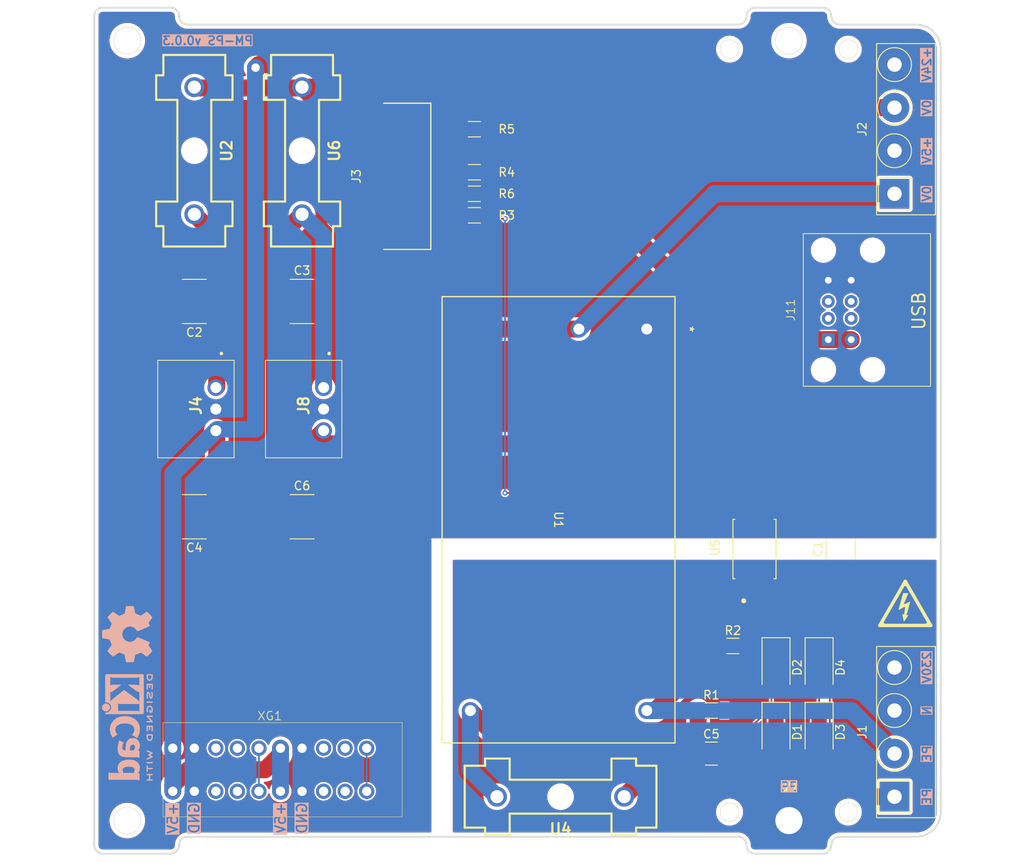
<source format=kicad_pcb>
(kicad_pcb (version 20240108) (generator "pcbnew") (generator_version "8.0")
  (title_block (title "${article} v${version}"))
  (layers (0 "F.Cu" signal) (31 "B.Cu" signal) (34 "B.Paste" user) (35 "F.Paste" user) (36 "B.SilkS" user "B.Silkscreen") (37 "F.SilkS" user "F.Silkscreen") (38 "B.Mask" user) (39 "F.Mask" user) (44 "Edge.Cuts" user))
  (property "article" "PM-PS")
  (property "version" "0.0.3")
  (net 0 "")
  (net 1 "GND")
  (net 2 "Net-(J1-Pin_1)")
  (net 3 "+5V")
  (net 4 "Net-(D1-K)")
  (net 5 "PE")
  (net 6 "230V")
  (net 7 "N")
  (net 8 "+24V")
  (net 9 "Net-(J4-VIN)")
  (net 10 "Net-(D1-A)")
  (net 11 "Net-(D2-K)")
  (net 12 "Net-(D3-K)")
  (net 14 "/subplates/230V_LED")
  (net 18 "/subplates/+24V_LED")
  (net 20 "/230V_LED")
  (net 21 "+3.3V")
  (net 22 "Net-(J8-VIN)")
  (net 27 "+5V_USB")
  (net 28 "/subplates/+5V_BUS")
  (net 29 "/subplates/+5V_USB")
  (net 32 "unconnected-(XG1-Pin_5-Pad5)")
  (net 35 "unconnected-(XG1-Pin_10-Pad10)_1")
  (footprint "Resistor_SMD:R_1206_3216Metric_Pad1.30x1.75mm_HandSolder" (layer "F.Cu") (at 69.85 64.77 180)
    (property "Reference" "R5" (at -3.81 0 0) (layer "F.SilkS"))
    (property "Value" "4k7")
    (pad "1" smd roundrect (at -1.55 0 180) (size 1.3 1.75) (layers "F.Cu" "F.Paste" "F.Mask") (roundrect_rratio 0.192308) (net 8 "+24V"))
    (pad "2" smd roundrect (at 1.55 0 180) (size 1.3 1.75) (layers "F.Cu" "F.Paste" "F.Mask") (roundrect_rratio 0.192308) (net 18 "/subplates/+24V_LED"))
  )
  (footprint "Diode_SMD:D_SMA" (layer "F.Cu") (at 105.41 128.27 -90)
    (property "Reference" "D2" (at 0 -2.5 90) (layer "F.SilkS"))
    (property "Value" "1N4007")
    (pad "1" smd roundrect (at -2 0 270) (size 2.5 1.8) (layers "F.Cu" "F.Paste" "F.Mask") (roundrect_rratio 0.1388888889) (net 11 "Net-(D2-K)"))
    (pad "2" smd roundrect (at 2 0 270) (size 2.5 1.8) (layers "F.Cu" "F.Paste" "F.Mask") (roundrect_rratio 0.1388888889) (net 4 "Net-(D1-K)"))
  )
  (footprint "kicad_inventree_lib:K7805-2000R3" (layer "F.Cu") (at 52.07 95.25 -90)
    (property "Reference" "J8" (at 2.115 2.35 90) (layer "F.SilkS") (effects (font (size 1.27 1.27) (thickness 0.254))))
    (property "Value" "K7805-2000R3" (hide yes))
    (pad "1" thru_hole circle (at 0 0 270) (size 1.95 1.95) (drill 1.3) (layers "*.Cu" "*.Mask") (net 22 "Net-(J8-VIN)"))
    (pad "2" thru_hole circle (at 2.54 0 270) (size 1.95 1.95) (drill 1.3) (layers "*.Cu" "*.Mask") (net 1 "GND"))
    (pad "3" thru_hole circle (at 5.08 0 270) (size 1.95 1.95) (drill 1.3) (layers "*.Cu" "*.Mask") (net 27 "+5V_USB"))
  )
  (footprint "Capacitor_SMD:C_1210_3225Metric_Pad1.33x2.70mm_HandSolder" (layer "F.Cu") (at 97.79 138.43)
    (property "Reference" "C5" (at 0 -2.3 0) (layer "F.SilkS"))
    (property "Value" "150nF 630V")
    (pad "1" smd roundrect (at -1.5625 0) (size 1.325 2.7) (layers "F.Cu" "F.Paste" "F.Mask") (roundrect_rratio 0.188679) (net 6 "230V"))
    (pad "2" smd roundrect (at 1.5625 0) (size 1.325 2.7) (layers "F.Cu" "F.Paste" "F.Mask") (roundrect_rratio 0.188679) (net 4 "Net-(D1-K)"))
  )
  (footprint "kicad_inventree_lib:Degson_2EDGR-5.08-04P" (layer "F.Cu") (at 119.38 72.39 90)
    (property "Reference" "J2" (at 7.62 -3.81 90) (layer "F.SilkS"))
    (property "Value" "2EDGR-5.08-04P")
    (pad "1" thru_hole rect (at 0 0 90) (size 3.5 3.5) (drill 1.7) (layers "*.Cu" "*.Mask") (net 8 "+24V"))
    (pad "2" thru_hole circle (at 5.08 0 90) (size 3.5 3.5) (drill 1.7) (layers "*.Cu" "*.Mask") (net 1 "GND"))
    (pad "3" thru_hole circle (at 10.16 0 90) (size 3.5 3.5) (drill 1.7) (layers "*.Cu" "*.Mask") (net 3 "+5V"))
    (pad "4" thru_hole circle (at 15.24 0 90) (size 3.5 3.5) (drill 1.7) (layers "*.Cu" "*.Mask") (net 1 "GND"))
  )
  (footprint "kicad_inventree_lib:PM-LED_v0.0.2" (layer "F.Cu") (at 109.93 100.33)
    (property "Reference" "U3" (hide yes))
    (property "Value" "PM-LED8_v0.0.2")
    (fp_circle (center -10 -45) (end -8.9 -45) (stroke (width 0.05)) (fill none) (layer "Edge.Cuts"))
    (fp_circle (center -10 45) (end -8.9 45) (stroke (width 0.05)) (fill none) (layer "Edge.Cuts"))
    (fp_circle (center 4 -45) (end 5.1 -45) (stroke (width 0.05)) (fill none) (layer "Edge.Cuts"))
    (fp_circle (center 4 45) (end 5.1 45) (stroke (width 0.05)) (fill none) (layer "Edge.Cuts"))
  )
  (footprint "kicad_inventree_lib:DG141R-2.54-10P" (layer "F.Cu") (at 33.39 145.895)
    (property "Reference" "XG1" (at 12.33 -11.91 0) (layer "F.SilkS") (effects (font (thickness 0.1))))
    (property "Value" "DG141R-2.54-10P" (hide yes))
    (pad "1" thru_hole circle (at 0.9 -8.1) (size 1.8 1.8) (drill 1.1) (layers "*.Cu" "*.Mask") (net 3 "+5V"))
    (pad "1" thru_hole circle (at 0.9 -3.02) (size 1.8 1.8) (drill 1.1) (layers "*.Cu" "*.Mask") (net 3 "+5V"))
    (pad "2" thru_hole circle (at 3.44 -8.1) (size 1.8 1.8) (drill 1.1) (layers "*.Cu" "*.Mask") (net 1 "GND"))
    (pad "2" thru_hole circle (at 3.44 -3.02) (size 1.8 1.8) (drill 1.1) (layers "*.Cu" "*.Mask") (net 1 "GND"))
    (pad "3" thru_hole circle (at 5.98 -8.1) (size 1.8 1.8) (drill 1.1) (layers "*.Cu" "*.Mask"))
    (pad "4" thru_hole circle (at 8.52 -8.1) (size 1.8 1.8) (drill 1.1) (layers "*.Cu" "*.Mask"))
    (pad "5" thru_hole circle (at 11.06 -8.1) (size 1.8 1.8) (drill 1.1) (layers "*.Cu" "*.Mask") (net 32 "unconnected-(XG1-Pin_5-Pad5)"))
    (pad "5" thru_hole circle (at 11.06 -3.02) (size 1.8 1.8) (drill 1.1) (layers "*.Cu" "*.Mask") (net 32 "unconnected-(XG1-Pin_5-Pad5)"))
    (pad "6" thru_hole circle (at 13.6 -8.1) (size 1.8 1.8) (drill 1.1) (layers "*.Cu" "*.Mask") (net 3 "+5V"))
    (pad "6" thru_hole circle (at 13.6 -3.02) (size 1.8 1.8) (drill 1.1) (layers "*.Cu" "*.Mask") (net 3 "+5V"))
    (pad "7" thru_hole circle (at 16.14 -8.1) (size 1.8 1.8) (drill 1.1) (layers "*.Cu" "*.Mask") (net 1 "GND"))
    (pad "7" thru_hole circle (at 16.14 -3.02) (size 1.8 1.8) (drill 1.1) (layers "*.Cu" "*.Mask") (net 1 "GND"))
    (pad "8" thru_hole circle (at 18.68 -8.1) (size 1.8 1.8) (drill 1.1) (layers "*.Cu" "*.Mask"))
    (pad "9" thru_hole circle (at 21.22 -8.1) (size 1.8 1.8) (drill 1.1) (layers "*.Cu" "*.Mask"))
    (pad "10" thru_hole circle (at 23.76 -8.1) (size 1.8 1.8) (drill 1.1) (layers "*.Cu" "*.Mask") (net 35 "unconnected-(XG1-Pin_10-Pad10)_1"))
    (pad "10" thru_hole circle (at 23.76 -3.02) (size 1.8 1.8) (drill 1.1) (layers "*.Cu" "*.Mask") (net 35 "unconnected-(XG1-Pin_10-Pad10)_1"))
    (pad "13" thru_hole circle (at 5.98 -3.02) (size 1.8 1.8) (drill 1.1) (layers "*.Cu" "*.Mask"))
    (pad "14" thru_hole circle (at 8.52 -3.02) (size 1.8 1.8) (drill 1.1) (layers "*.Cu" "*.Mask"))
    (pad "18" thru_hole circle (at 18.68 -3.02) (size 1.8 1.8) (drill 1.1) (layers "*.Cu" "*.Mask"))
    (pad "19" thru_hole circle (at 21.22 -3.02) (size 1.8 1.8) (drill 1.1) (layers "*.Cu" "*.Mask"))
  )
  (footprint "kicad_inventree_lib:IRM-20-24_MWU" (layer "F.Cu") (at 90.17 88.35 -90)
    (property "Reference" "U1" (at 22.500006 10.401698 -90) (layer "F.SilkS"))
    (property "Value" "IRM-20-24")
    (fp_text user "*" (at 0 -5 -90) (layer "F.SilkS"))
    (pad "1" thru_hole circle (at 0 0 270) (size 1.8034 1.8034) (drill 1.2954) (layers "*.Cu" "*.Mask") (net 1 "GND"))
    (pad "2" thru_hole circle (at 0 7.999999 270) (size 1.8034 1.8034) (drill 1.2954) (layers "*.Cu" "*.Mask") (net 8 "+24V"))
    (pad "3" thru_hole circle (at 45.000012 20.799999 270) (size 1.8034 1.8034) (drill 1.2954) (layers "*.Cu" "*.Mask") (net 6 "230V"))
    (pad "4" thru_hole circle (at 45.000012 0 270) (size 1.8034 1.8034) (drill 1.2954) (layers "*.Cu" "*.Mask") (net 7 "N"))
  )
  (footprint "kicad_inventree_lib:Degson_2EDGR-5.08-04P" (layer "F.Cu") (at 119.38 143.51 90)
    (property "Reference" "J1" (at 7.62 -3.81 90) (layer "F.SilkS"))
    (property "Value" "2EDGR-5.08-04P")
    (pad "1" thru_hole rect (at 0 0 90) (size 3.5 3.5) (drill 1.7) (layers "*.Cu" "*.Mask") (net 2 "Net-(J1-Pin_1)"))
    (pad "2" thru_hole circle (at 5.08 0 90) (size 3.5 3.5) (drill 1.7) (layers "*.Cu" "*.Mask") (net 7 "N"))
    (pad "3" thru_hole circle (at 10.16 0 90) (size 3.5 3.5) (drill 1.7) (layers "*.Cu" "*.Mask") (net 5 "PE"))
    (pad "4" thru_hole circle (at 15.24 0 90) (size 3.5 3.5) (drill 1.7) (layers "*.Cu" "*.Mask") (net 5 "PE"))
  )
  (footprint "kicad_inventree_lib:C_2220_5750Metric_Pad1.97x5.40mm_HandSolder" (layer "F.Cu") (at 49.53 85.09)
    (property "Reference" "C3" (at 0 -3.65 0) (layer "F.SilkS"))
    (property "Value" "22uF")
    (pad "1" smd roundrect (at -2.6375 0) (size 1.975 5.4) (layers "F.Cu" "F.Paste" "F.Mask") (roundrect_rratio 0.126582) (net 22 "Net-(J8-VIN)"))
    (pad "2" smd roundrect (at 2.6375 0) (size 1.975 5.4) (layers "F.Cu" "F.Paste" "F.Mask") (roundrect_rratio 0.126582) (net 1 "GND"))
  )
  (footprint "kicad_inventree_lib:MountingHole_M3" (layer "F.Cu") (at 28.93 54.33)
    (property "Reference" "H1" (hide yes))
    (property "Value" "MountingHole_M3")
    (fp_circle (center 0 0) (end 1.6 0) (stroke (width 0.05)) (fill none) (layer "Edge.Cuts"))
  )
  (footprint "kicad_inventree_lib:C_2220_5750Metric_Pad1.97x5.40mm_HandSolder" (layer "F.Cu") (at 36.83 110.49 180)
    (property "Reference" "C4" (at 0 -3.65 0) (layer "F.SilkS"))
    (property "Value" "22uF")
    (pad "1" smd roundrect (at -2.6375 0 180) (size 1.975 5.4) (layers "F.Cu" "F.Paste" "F.Mask") (roundrect_rratio 0.126582) (net 3 "+5V"))
    (pad "2" smd roundrect (at 2.6375 0 180) (size 1.975 5.4) (layers "F.Cu" "F.Paste" "F.Mask") (roundrect_rratio 0.126582) (net 1 "GND"))
  )
  (footprint "NextPCB:Fuseholder" (layer "F.Cu") (at 49.53 67.31 -90)
    (property "Reference" "U6" (at 0 -3.81 90) (layer "F.SilkS") (effects (font (size 1.27 1.27) (thickness 0.254))))
    (property "Value" "64900001039" (hide yes))
    (pad "" np_thru_hole circle (at 0 0 270) (size 2.65 2.65) (drill 2.65) (layers "*.Cu" "*.Mask"))
    (pad "1" thru_hole circle (at -7.5 0 270) (size 2.35 2.35) (drill 1.55) (layers "*.Cu" "*.Mask") (net 8 "+24V"))
    (pad "2" thru_hole circle (at 7.5 0 270) (size 2.35 2.35) (drill 1.55) (layers "*.Cu" "*.Mask") (net 22 "Net-(J8-VIN)"))
  )
  (footprint "Resistor_SMD:R_1206_3216Metric_Pad1.30x1.75mm_HandSolder" (layer "F.Cu") (at 97.79 133.35)
    (property "Reference" "R1" (at 0 -1.82 0) (layer "F.SilkS"))
    (property "Value" "680k")
    (pad "1" smd roundrect (at -1.55 0) (size 1.3 1.75) (layers "F.Cu" "F.Paste" "F.Mask") (roundrect_rratio 0.192308) (net 6 "230V"))
    (pad "2" smd roundrect (at 1.55 0) (size 1.3 1.75) (layers "F.Cu" "F.Paste" "F.Mask") (roundrect_rratio 0.192308) (net 4 "Net-(D1-K)"))
  )
  (footprint "Resistor_SMD:R_1206_3216Metric_Pad1.30x1.75mm_HandSolder" (layer "F.Cu") (at 100.33 125.73)
    (property "Reference" "R2" (at 0 -1.82 0) (layer "F.SilkS"))
    (property "Value" "100")
    (pad "1" smd roundrect (at -1.55 0) (size 1.3 1.75) (layers "F.Cu" "F.Paste" "F.Mask") (roundrect_rratio 0.192308) (net 7 "N"))
    (pad "2" smd roundrect (at 1.55 0) (size 1.3 1.75) (layers "F.Cu" "F.Paste" "F.Mask") (roundrect_rratio 0.192308) (net 12 "Net-(D3-K)"))
  )
  (footprint "Diode_SMD:D_SMA" (layer "F.Cu") (at 105.41 135.89 -90)
    (property "Reference" "D1" (at 0 -2.5 90) (layer "F.SilkS"))
    (property "Value" "1N4007")
    (pad "1" smd roundrect (at -2 0 270) (size 2.5 1.8) (layers "F.Cu" "F.Paste" "F.Mask") (roundrect_rratio 0.1388888889) (net 4 "Net-(D1-K)"))
    (pad "2" smd roundrect (at 2 0 270) (size 2.5 1.8) (layers "F.Cu" "F.Paste" "F.Mask") (roundrect_rratio 0.1388888889) (net 10 "Net-(D1-A)"))
  )
  (footprint "Capacitor_SMD:C_1812_4532Metric_Pad1.57x3.40mm_HandSolder" (layer "F.Cu") (at 113.03 114.3 90)
    (property "Reference" "C1" (at 0 -2.65 90) (layer "F.SilkS"))
    (property "Value" "4.7nF 2kV")
    (pad "1" smd roundrect (at -2.1375 0 90) (size 1.575 3.4) (layers "F.Cu" "F.Paste" "F.Mask") (roundrect_rratio 0.15873) (net 5 "PE"))
    (pad "2" smd roundrect (at 2.1375 0 90) (size 1.575 3.4) (layers "F.Cu" "F.Paste" "F.Mask") (roundrect_rratio 0.15873) (net 1 "GND"))
  )
  (footprint "kicad_inventree_lib:MountingHole_M3" (layer "F.Cu") (at 106.93 54.33)
    (property "Reference" "H2" (hide yes))
    (property "Value" "MountingHole_M3")
    (fp_circle (center 0 0) (end 1.6 0) (stroke (width 0.05)) (fill none) (layer "Edge.Cuts"))
  )
  (footprint "NextPCB:Fuseholder" (layer "F.Cu") (at 80.01 143.51 180)
    (property "Reference" "U4" (at 0 -3.81 0) (layer "F.SilkS") (effects (font (size 1.27 1.27) (thickness 0.254))))
    (property "Value" "64900001039" (hide yes))
    (pad "" np_thru_hole circle (at 0 0 180) (size 2.65 2.65) (drill 2.65) (layers "*.Cu" "*.Mask"))
    (pad "1" thru_hole circle (at -7.5 0 180) (size 2.35 2.35) (drill 1.55) (layers "*.Cu" "*.Mask") (net 2 "Net-(J1-Pin_1)"))
    (pad "2" thru_hole circle (at 7.5 0 180) (size 2.35 2.35) (drill 1.55) (layers "*.Cu" "*.Mask") (net 6 "230V"))
  )
  (footprint "Diode_SMD:D_SMA" (layer "F.Cu") (at 110.49 135.89 -90)
    (property "Reference" "D3" (at 0 -2.5 90) (layer "F.SilkS"))
    (property "Value" "1N4007")
    (pad "1" smd roundrect (at -2 0 270) (size 2.5 1.8) (layers "F.Cu" "F.Paste" "F.Mask") (roundrect_rratio 0.1388888889) (net 12 "Net-(D3-K)"))
    (pad "2" smd roundrect (at 2 0 270) (size 2.5 1.8) (layers "F.Cu" "F.Paste" "F.Mask") (roundrect_rratio 0.1388888889) (net 10 "Net-(D1-A)"))
  )
  (footprint "Resistor_SMD:R_1206_3216Metric_Pad1.30x1.75mm_HandSolder" (layer "F.Cu") (at 69.85 74.93 180)
    (property "Reference" "R3" (at -3.81 0 0) (layer "F.SilkS"))
    (property "Value" "330R")
    (pad "1" smd roundrect (at -1.55 0 180) (size 1.3 1.75) (layers "F.Cu" "F.Paste" "F.Mask") (roundrect_rratio 0.192308) (net 20 "/230V_LED"))
    (pad "2" smd roundrect (at 1.55 0 180) (size 1.3 1.75) (layers "F.Cu" "F.Paste" "F.Mask") (roundrect_rratio 0.192308) (net 14 "/subplates/230V_LED"))
  )
  (footprint "kicad_inventree_lib:MountingHole_M3" (layer "F.Cu") (at 28.93 146.33)
    (property "Reference" "H3" (hide yes))
    (property "Value" "MountingHole_M3")
    (fp_circle (center 0 0) (end 1.6 0) (stroke (width 0.05)) (fill none) (layer "Edge.Cuts"))
  )
  (footprint "kicad_inventree_lib:symbol_high_voltage" (layer "F.Cu") (at 120.65 120.65)
    (property "Reference" "REF**" (hide yes))
    (property "Value" "symbol_high_voltage")
  )
  (footprint "NextPCB:XKB_U224-08XN-1WR61" (layer "F.Cu") (at 111.6225 86.09 90)
    (property "Reference" "J11" (at 0 -4.5 90) (layer "F.SilkS") (effects (font (thickness 0.1))))
    (property "Value" "~")
    (fp_text user "USB" (at -2.5 11.5 90) (layer "F.SilkS") (effects (font (size 1.5 1.5) (thickness 0.2) (bold yes)) (justify left bottom)))
    (pad "" np_thru_hole circle (at -7.05 -0.62 90) (size 2.5 2.5) (drill 2.5) (layers "F&B.Cu" "*.Mask"))
    (pad "" np_thru_hole circle (at -7.05 5.17 90) (size 2.5 2.5) (drill 2.5) (layers "F&B.Cu" "*.Mask"))
    (pad "" np_thru_hole circle (at 7.05 -0.62 90) (size 2.5 2.5) (drill 2.5) (layers "F&B.Cu" "*.Mask"))
    (pad "" np_thru_hole circle (at 7.05 5.17 90) (size 2.5 2.5) (drill 2.5) (layers "F&B.Cu" "*.Mask"))
    (pad "1" thru_hole rect (at -3.5 -0.05 90) (size 1.524 1.524) (drill 0.8) (layers "*.Cu" "*.Mask") (net 27 "+5V_USB"))
    (pad "2" thru_hole circle (at -1 -0.05 90) (size 1.524 1.524) (drill 0.8) (layers "*.Cu" "*.Mask"))
    (pad "3" thru_hole circle (at 1 -0.05 90) (size 1.524 1.524) (drill 0.8) (layers "*.Cu" "*.Mask"))
    (pad "4" thru_hole circle (at 3.5 -0.05 90) (size 1.524 1.524) (drill 0.8) (layers "*.Cu" "*.Mask") (net 1 "GND"))
    (pad "5" thru_hole circle (at -3.5 2.65 90) (size 1.524 1.524) (drill 0.8) (layers "*.Cu" "*.Mask") (net 27 "+5V_USB"))
    (pad "6" thru_hole circle (at -1 2.65 90) (size 1.524 1.524) (drill 0.8) (layers "*.Cu" "*.Mask"))
    (pad "7" thru_hole circle (at 1 2.65 90) (size 1.524 1.524) (drill 0.8) (layers "*.Cu" "*.Mask"))
    (pad "8" thru_hole circle (at 3.5 2.65 90) (size 1.524 1.524) (drill 0.8) (layers "*.Cu" "*.Mask") (net 1 "GND"))
  )
  (footprint "kicad_inventree_lib:C_2220_5750Metric_Pad1.97x5.40mm_HandSolder" (layer "F.Cu") (at 49.53 110.49)
    (property "Reference" "C6" (at 0 -3.65 0) (layer "F.SilkS"))
    (property "Value" "22uF")
    (pad "1" smd roundrect (at -2.6375 0) (size 1.975 5.4) (layers "F.Cu" "F.Paste" "F.Mask") (roundrect_rratio 0.126582) (net 27 "+5V_USB"))
    (pad "2" smd roundrect (at 2.6375 0) (size 1.975 5.4) (layers "F.Cu" "F.Paste" "F.Mask") (roundrect_rratio 0.126582) (net 1 "GND"))
  )
  (footprint "kicad_inventree_lib:CONN10_AFA07-S10_JUS" (layer "F.Cu") (at 61.93 70.33 90)
    (property "Reference" "J3" (at 0 -6 90) (layer "F.SilkS"))
    (property "Value" "AFA07-S10FCC-00")
    (pad "1" smd rect (at -4.499991 -3.556 90) (size 0.635 1.8034) (layers "F.Cu" "F.Paste" "F.Mask") (net 1 "GND"))
    (pad "2" smd rect (at -3.499993 -3.556 90) (size 0.635 1.8034) (layers "F.Cu" "F.Paste" "F.Mask") (net 14 "/subplates/230V_LED"))
    (pad "3" smd rect (at -2.499995 -3.556 90) (size 0.635 1.8034) (layers "F.Cu" "F.Paste" "F.Mask"))
    (pad "4" smd rect (at -1.499997 -3.556 90) (size 0.635 1.8034) (layers "F.Cu" "F.Paste" "F.Mask"))
    (pad "5" smd rect (at -0.499999 -3.556 90) (size 0.635 1.8034) (layers "F.Cu" "F.Paste" "F.Mask"))
    (pad "6" smd rect (at 0.499999 -3.556 90) (size 0.635 1.8034) (layers "F.Cu" "F.Paste" "F.Mask"))
    (pad "7" smd rect (at 1.499997 -3.556 90) (size 0.635 1.8034) (layers "F.Cu" "F.Paste" "F.Mask") (net 29 "/subplates/+5V_USB"))
    (pad "8" smd rect (at 2.499995 -3.556 90) (size 0.635 1.8034) (layers "F.Cu" "F.Paste" "F.Mask") (net 28 "/subplates/+5V_BUS"))
    (pad "9" smd rect (at 3.499993 -3.556 90) (size 0.635 1.8034) (layers "F.Cu" "F.Paste" "F.Mask") (net 18 "/subplates/+24V_LED"))
    (pad "10" smd rect (at 4.499991 -3.556 90) (size 0.635 1.8034) (layers "F.Cu" "F.Paste" "F.Mask"))
    (pad "11" smd rect (at -6.850002 -1.385999 90) (size 2.5908 2.9972) (layers "F.Cu" "F.Paste" "F.Mask") (net 1 "GND"))
    (pad "11" smd rect (at 6.850002 -1.385999 90) (size 2.5908 2.9972) (layers "F.Cu" "F.Paste" "F.Mask") (net 1 "GND"))
  )
  (footprint "NextPCB:Fuseholder" (layer "F.Cu") (at 36.83 67.31 -90)
    (property "Reference" "U2" (at 0 -3.81 90) (layer "F.SilkS") (effects (font (size 1.27 1.27) (thickness 0.254))))
    (property "Value" "64900001039" (hide yes))
    (pad "" np_thru_hole circle (at 0 0 270) (size 2.65 2.65) (drill 2.65) (layers "*.Cu" "*.Mask"))
    (pad "1" thru_hole circle (at -7.5 0 270) (size 2.35 2.35) (drill 1.55) (layers "*.Cu" "*.Mask") (net 8 "+24V"))
    (pad "2" thru_hole circle (at 7.5 0 270) (size 2.35 2.35) (drill 1.55) (layers "*.Cu" "*.Mask") (net 9 "Net-(J4-VIN)"))
  )
  (footprint "NextPCB:PC817XI_SOIC254P975X460-4N" (layer "F.Cu") (at 102.87 114.3 90)
    (property "Reference" "U5" (at 0.175 -4.635 90) (layer "F.SilkS"))
    (property "Value" "PC817")
    (pad "1" smd roundrect (at -4.29 -1.27 90) (size 2.13 1.57) (layers "F.Cu" "F.Paste" "F.Mask") (net 11 "Net-(D2-K)"))
    (pad "2" smd roundrect (at -4.29 1.27 90) (size 2.13 1.57) (layers "F.Cu" "F.Paste" "F.Mask") (net 10 "Net-(D1-A)"))
    (pad "3" smd roundrect (at 4.29 1.27 90) (size 2.13 1.57) (layers "F.Cu" "F.Paste" "F.Mask") (net 20 "/230V_LED"))
    (pad "4" smd roundrect (at 4.29 -1.27 90) (size 2.13 1.57) (layers "F.Cu" "F.Paste" "F.Mask") (net 21 "+3.3V"))
  )
  (footprint "Diode_SMD:D_SMA" (layer "F.Cu") (at 110.49 128.27 -90)
    (property "Reference" "D4" (at 0 -2.5 90) (layer "F.SilkS"))
    (property "Value" "1N4007")
    (pad "1" smd roundrect (at -2 0 270) (size 2.5 1.8) (layers "F.Cu" "F.Paste" "F.Mask") (roundrect_rratio 0.1388888889) (net 11 "Net-(D2-K)"))
    (pad "2" smd roundrect (at 2 0 270) (size 2.5 1.8) (layers "F.Cu" "F.Paste" "F.Mask") (roundrect_rratio 0.1388888889) (net 12 "Net-(D3-K)"))
  )
  (footprint "kicad_inventree_lib:PE" (layer "F.Cu") (at 106.93 146.33)
    (property "Reference" "PE1" (hide yes))
    (property "Value" "PE")
    (pad "1" thru_hole oval (at 0 0) (size 6.35 6.35) (drill 3.2) (layers "*.Cu" "*.Mask") (net 5 "PE"))
  )
  (footprint "kicad_inventree_lib:C_2220_5750Metric_Pad1.97x5.40mm_HandSolder" (layer "F.Cu") (at 36.83 85.09 180)
    (property "Reference" "C2" (at 0 -3.65 0) (layer "F.SilkS"))
    (property "Value" "22uF")
    (pad "1" smd roundrect (at -2.6375 0 180) (size 1.975 5.4) (layers "F.Cu" "F.Paste" "F.Mask") (roundrect_rratio 0.126582) (net 9 "Net-(J4-VIN)"))
    (pad "2" smd roundrect (at 2.6375 0 180) (size 1.975 5.4) (layers "F.Cu" "F.Paste" "F.Mask") (roundrect_rratio 0.126582) (net 1 "GND"))
  )
  (footprint "kicad_inventree_lib:K7805-2000R3" (layer "F.Cu") (at 39.37 95.25 -90)
    (property "Reference" "J4" (at 2.115 2.35 90) (layer "F.SilkS") (effects (font (size 1.27 1.27) (thickness 0.254))))
    (property "Value" "K7805-2000R3" (hide yes))
    (pad "1" thru_hole circle (at 0 0 270) (size 1.95 1.95) (drill 1.3) (layers "*.Cu" "*.Mask") (net 9 "Net-(J4-VIN)"))
    (pad "2" thru_hole circle (at 2.54 0 270) (size 1.95 1.95) (drill 1.3) (layers "*.Cu" "*.Mask") (net 1 "GND"))
    (pad "3" thru_hole circle (at 5.08 0 270) (size 1.95 1.95) (drill 1.3) (layers "*.Cu" "*.Mask") (net 3 "+5V"))
  )
  (footprint "Resistor_SMD:R_1206_3216Metric_Pad1.30x1.75mm_HandSolder" (layer "F.Cu") (at 69.85 69.85 180)
    (property "Reference" "R4" (at -3.81 0 0) (layer "F.SilkS"))
    (property "Value" "330R")
    (pad "1" smd roundrect (at -1.55 0 180) (size 1.3 1.75) (layers "F.Cu" "F.Paste" "F.Mask") (roundrect_rratio 0.192308) (net 3 "+5V"))
    (pad "2" smd roundrect (at 1.55 0 180) (size 1.3 1.75) (layers "F.Cu" "F.Paste" "F.Mask") (roundrect_rratio 0.192308) (net 28 "/subplates/+5V_BUS"))
  )
  (footprint "Resistor_SMD:R_1206_3216Metric_Pad1.30x1.75mm_HandSolder" (layer "F.Cu") (at 69.85 72.39 180)
    (property "Reference" "R6" (at -3.81 0 0) (layer "F.SilkS"))
    (property "Value" "330R")
    (pad "1" smd roundrect (at -1.55 0 180) (size 1.3 1.75) (layers "F.Cu" "F.Paste" "F.Mask") (roundrect_rratio 0.192308) (net 27 "+5V_USB"))
    (pad "2" smd roundrect (at 1.55 0 180) (size 1.3 1.75) (layers "F.Cu" "F.Paste" "F.Mask") (roundrect_rratio 0.192308) (net 29 "/subplates/+5V_USB"))
  )
  (footprint "Symbol:KiCad-Logo2_5mm_SilkScreen" (layer "B.Cu") (at 28.93 135.33 -90)
    (property "Reference" "kicad_logo" (hide yes))
    (property "Value" "KiCad-Logo2_5mm_SilkScreen" (hide yes))
  )
  (footprint "Symbol:OSHW-Symbol_6.7x6mm_SilkScreen" (layer "B.Cu") (at 28.93 124.33 -90)
    (property "Reference" "oshw_logo" (hide yes))
    (property "Value" "OSHW-Symbol_6.7x6mm_SilkScreen" (hide yes))
  )
  (gr_arc (start 111.93 149.23) (mid 112.222893 148.522893) (end 112.93 148.23) (stroke (width 0.2)) (layer "Edge.Cuts"))
  (gr_arc (start 26.03 150.23) (mid 25.322893 149.937107) (end 25.03 149.23) (stroke (width 0.2)) (layer "Edge.Cuts"))
  (gr_line (start 124.83 55.33) (end 124.83 145.33) (stroke (width 0.2)) (layer "Edge.Cuts"))
  (gr_line (start 102.93 150.23) (end 110.93 150.23) (stroke (width 0.2)) (layer "Edge.Cuts"))
  (gr_arc (start 25.03 51.43) (mid 25.322893 50.722893) (end 26.03 50.43) (stroke (width 0.2)) (layer "Edge.Cuts"))
  (gr_arc (start 36.03 52.43) (mid 35.322893 52.137107) (end 35.03 51.43) (stroke (width 0.2)) (layer "Edge.Cuts"))
  (gr_arc (start 121.93 52.43) (mid 123.98061 53.27939) (end 124.83 55.33) (stroke (width 0.2)) (layer "Edge.Cuts"))
  (gr_arc (start 100.93 148.23) (mid 101.637107 148.522893) (end 101.93 149.23) (stroke (width 0.2)) (layer "Edge.Cuts"))
  (gr_arc (start 124.83 145.33) (mid 123.98061 147.38061) (end 121.93 148.23) (stroke (width 0.2)) (layer "Edge.Cuts"))
  (gr_arc (start 111.93 149.23) (mid 111.637107 149.937107) (end 110.93 150.23) (stroke (width 0.2)) (layer "Edge.Cuts"))
  (gr_line (start 26.03 150.23) (end 34.03 150.23) (stroke (width 0.2)) (layer "Edge.Cuts"))
  (gr_arc (start 101.93 51.43) (mid 101.637107 52.137107) (end 100.93 52.43) (stroke (width 0.2)) (layer "Edge.Cuts"))
  (gr_arc (start 112.93 52.43) (mid 112.222893 52.137107) (end 111.93 51.43) (stroke (width 0.2)) (layer "Edge.Cuts"))
  (gr_arc (start 35.03 149.23) (mid 34.737107 149.937107) (end 34.03 150.23) (stroke (width 0.2)) (layer "Edge.Cuts"))
  (gr_line (start 36.03 52.43) (end 100.93 52.43) (stroke (width 0.2)) (layer "Edge.Cuts"))
  (gr_line (start 121.93 52.43) (end 112.93 52.43) (stroke (width 0.2)) (layer "Edge.Cuts"))
  (gr_line (start 112.93 148.23) (end 121.93 148.23) (stroke (width 0.2)) (layer "Edge.Cuts"))
  (gr_arc (start 34.03 50.43) (mid 34.737107 50.722893) (end 35.03 51.43) (stroke (width 0.2)) (layer "Edge.Cuts"))
  (gr_arc (start 35.03 149.23) (mid 35.322893 148.522893) (end 36.03 148.23) (stroke (width 0.2)) (layer "Edge.Cuts"))
  (gr_arc (start 102.93 150.23) (mid 102.222893 149.937107) (end 101.93 149.23) (stroke (width 0.2)) (layer "Edge.Cuts"))
  (gr_line (start 26.03 50.43) (end 34.03 50.43) (stroke (width 0.2)) (layer "Edge.Cuts"))
  (gr_arc (start 101.93 51.43) (mid 102.222893 50.722893) (end 102.93 50.43) (stroke (width 0.2)) (layer "Edge.Cuts"))
  (gr_line (start 25.03 51.43) (end 25.03 149.23) (stroke (width 0.2)) (layer "Edge.Cuts"))
  (gr_line (start 100.93 148.23) (end 36.03 148.23) (stroke (width 0.2)) (layer "Edge.Cuts"))
  (gr_arc (start 110.93 50.43) (mid 111.637107 50.722893) (end 111.93 51.43) (stroke (width 0.2)) (layer "Edge.Cuts"))
  (gr_line (start 110.93 50.43) (end 102.93 50.43) (stroke (width 0.2)) (layer "Edge.Cuts"))
  (gr_text "+5V" (at 46.99 146.05 90) (layer "B.SilkS" knockout) (effects (font (size 1.2 1.2) (thickness 0.2) (bold yes)) (justify mirror)))
  (gr_text "N" (at 123.19 133.35 90) (layer "B.SilkS" knockout) (effects (font (size 1 1) (thickness 0.2) (bold yes)) (justify mirror)))
  (gr_text "${article} v${version}" (at 32.93 54.33 0) (layer "B.SilkS" knockout) (effects (font (size 1 1) (thickness 0.2) (bold yes)) (justify right mirror)))
  (gr_text "+5V" (at 34.29 146.05 90) (layer "B.SilkS" knockout) (effects (font (size 1.2 1.2) (thickness 0.2) (bold yes)) (justify mirror)))
  (gr_text "GND" (at 49.53 146.05 90) (layer "B.SilkS" knockout) (effects (font (size 1.2 1.2) (thickness 0.2) (bold yes)) (justify mirror)))
  (gr_text "PE" (at 106.93 142.33 -0) (layer "B.SilkS" knockout) (effects (font (size 1 1) (thickness 0.2) (bold yes)) (justify mirror)))
  (gr_text "0V" (at 123.19 72.39 90) (layer "B.SilkS" knockout) (effects (font (size 1 1) (thickness 0.2) (bold yes)) (justify mirror)))
  (gr_text "+24V" (at 123.19 57.15 90) (layer "B.SilkS" knockout) (effects (font (size 1 1) (thickness 0.2) (bold yes)) (justify mirror)))
  (gr_text "PE" (at 123.19 138.43 90) (layer "B.SilkS" knockout) (effects (font (size 1 1) (thickness 0.2) (bold yes)) (justify mirror)))
  (gr_text "0V" (at 123.19 62.23 90) (layer "B.SilkS" knockout) (effects (font (size 1 1) (thickness 0.2) (bold yes)) (justify mirror)))
  (gr_text "+5V" (at 123.19 67.31 90) (layer "B.SilkS" knockout) (effects (font (size 1 1) (thickness 0.2) (bold yes)) (justify mirror)))
  (gr_text "GND" (at 36.83 146.05 90) (layer "B.SilkS" knockout) (effects (font (size 1.2 1.2) (thickness 0.2) (bold yes)) (justify mirror)))
  (gr_text "PE" (at 123.19 143.51 90) (layer "B.SilkS" knockout) (effects (font (size 1 1) (thickness 0.2) (bold yes)) (justify mirror)))
  (gr_text "230V" (at 123.19 128.27 90) (layer "B.SilkS" knockout) (effects (font (size 1 1) (thickness 0.2) (bold yes)) (justify mirror)))
  (gr_text "PE" (at 106.93 142.33 0) (layer "F.SilkS" knockout) (effects (font (size 1 1) (thickness 0.2) (bold yes))))
  (segment (start 87.51 143.51) (end 89.3192 141.7008) (width 2) (layer "F.Cu") (net 2))
  (segment (start 89.3192 141.7008) (end 114.4191 141.7008) (width 2) (layer "F.Cu") (net 2))
  (segment (start 114.4191 141.7008) (end 116.2283 143.51) (width 2) (layer "F.Cu") (net 2))
  (segment (start 119.38 143.51) (end 116.2283 143.51) (width 2) (layer "F.Cu") (net 2))
  (segment (start 44.4006 57.158) (end 44.0478 57.5108) (width 2) (layer "F.Cu") (net 3))
  (segment (start 34.29 142.1562) (end 34.29 142.875) (width 2) (layer "F.Cu") (net 3))
  (segment (start 36.1112 140.335) (end 34.29 142.1562) (width 2) (layer "F.Cu") (net 3))
  (segment (start 39.4675 100.4275) (end 39.37 100.33) (width 2) (layer "F.Cu") (net 3))
  (segment (start 75.8053 65.4447) (end 71.4 69.85) (width 2) (layer "F.Cu") (net 3))
  (segment (start 45.1688 140.335) (end 36.1112 140.335) (width 2) (layer "F.Cu") (net 3))
  (segment (start 119.38 62.23) (end 79.02 62.23) (width 2) (layer "F.Cu") (net 3))
  (segment (start 39.4675 110.49) (end 39.4675 100.4275) (width 2) (layer "F.Cu") (net 3))
  (segment (start 75.8053 65.4447) (end 67.5186 57.158) (width 2) (layer "F.Cu") (net 3))
  (segment (start 67.5186 57.158) (end 44.4006 57.158) (width 2) (layer "F.Cu") (net 3))
  (segment (start 46.99 137.795) (end 46.99 138.5138) (width 2) (layer "F.Cu") (net 3))
  (segment (start 46.99 138.5138) (end 45.1688 140.335) (width 2) (layer "F.Cu") (net 3))
  (segment (start 79.02 62.23) (end 75.8053 65.4447) (width 2) (layer "F.Cu") (net 3))
  (via (at 44.0478 57.5108) (size 2) (drill 1) (layers "F.Cu" "B.Cu") (net 3))
  (segment (start 34.29 105.41) (end 34.29 137.795) (width 2) (layer "B.Cu") (net 3))
  (segment (start 46.99 142.875) (end 46.99 137.795) (width 2) (layer "B.Cu") (net 3))
  (segment (start 44.0478 57.5108) (end 44.0478 100.1652) (width 2) (layer "B.Cu") (net 3))
  (segment (start 39.37 100.33) (end 34.29 105.41) (width 2) (layer "B.Cu") (net 3))
  (segment (start 39.5348 100.1652) (end 39.37 100.33) (width 1.9498) (layer "B.Cu") (net 3))
  (segment (start 34.29 142.875) (end 34.29 137.795) (width 2) (layer "B.Cu") (net 3))
  (segment (start 44.0478 100.1652) (end 39.5348 100.1652) (width 1.9498) (layer "B.Cu") (net 3))
  (segment (start 104.87 133.35) (end 105.41 133.89) (width 0.2) (layer "F.Cu") (net 4))
  (segment (start 104.87 133.35) (end 104.87 130.81) (width 0.2) (layer "F.Cu") (net 4))
  (segment (start 103.8925 133.89) (end 105.41 133.89) (width 0.2) (layer "F.Cu") (net 4))
  (segment (start 99.34 133.35) (end 104.87 133.35) (width 0.2) (layer "F.Cu") (net 4))
  (segment (start 99.3525 138.43) (end 103.8925 133.89) (width 0.2) (layer "F.Cu") (net 4))
  (segment (start 104.87 130.81) (end 105.41 130.27) (width 0.2) (layer "F.Cu") (net 4))
  (segment (start 74.45 138.43) (end 96.2275 138.43) (width 2) (layer "F.Cu") (net 6))
  (segment (start 96.24 133.35) (end 96.2275 133.3625) (width 2) (layer "F.Cu") (net 6))
  (segment (start 69.37 133.35) (end 74.45 138.43) (width 2) (layer "F.Cu") (net 6))
  (segment (start 96.2275 133.3625) (end 96.2275 138.43) (width 2) (layer "F.Cu") (net 6))
  (segment (start 72.51 143.51) (end 69.37 140.37) (width 2) (layer "B.Cu") (net 6))
  (segment (start 69.37 140.37) (end 69.37 133.35) (width 2) (layer "B.Cu") (net 6))
  (segment (start 98.78 125.73) (end 91.16 133.35) (width 2) (layer "F.Cu") (net 7))
  (segment (start 91.16 133.35) (end 90.17 133.35) (width 2) (layer "F.Cu") (net 7))
  (segment (start 114.3 133.35) (end 119.38 138.43) (width 2) (layer "B.Cu") (net 7))
  (segment (start 90.17 133.35) (end 114.3 133.35) (width 2) (layer "B.Cu") (net 7))
  (segment (start 49.53 59.81) (end 66.7181 59.81) (width 2) (layer "F.Cu") (net 8))
  (segment (start 53.7688 64.0488) (end 49.53 59.81) (width 2) (layer "F.Cu") (net 8))
  (segment (start 36.9325 59.9125) (end 49.4275 59.9125) (width 2) (layer "F.Cu") (net 8))
  (segment (start 71.4 64.4919) (end 71.4 64.77) (width 2) (layer "F.Cu") (net 8))
  (segment (start 82.17 88.35) (end 66.9002 88.35) (width 2) (layer "F.Cu") (net 8))
  (segment (start 49.4275 59.9125) (end 49.53 59.81) (width 2) (layer "F.Cu") (net 8))
  (segment (start 66.9002 88.35) (end 53.7688 75.2186) (width 2) (layer "F.Cu") (net 8))
  (segment (start 66.7181 59.81) (end 71.4 64.4919) (width 2) (layer "F.Cu") (net 8))
  (segment (start 36.83 59.81) (end 36.9325 59.9125) (width 2) (layer "F.Cu") (net 8))
  (segment (start 53.7688 75.2186) (end 53.7688 64.0488) (width 2) (layer "F.Cu") (net 8))
  (segment (start 98.13 72.39) (end 82.17 88.35) (width 2) (layer "B.Cu") (net 8))
  (segment (start 119.38 72.39) (end 98.13 72.39) (width 2) (layer "B.Cu") (net 8))
  (segment (start 39.4675 85.09) (end 39.4675 95.1525) (width 2) (layer "F.Cu") (net 9))
  (segment (start 36.83 74.81) (end 39.4675 77.4475) (width 2) (layer "F.Cu") (net 9))
  (segment (start 39.4675 77.4475) (end 39.4675 85.09) (width 2) (layer "F.Cu") (net 9))
  (segment (start 39.4675 95.1525) (end 39.37 95.25) (width 2) (layer "F.Cu") (net 9))
  (segment (start 110.49 137.89) (end 111.7539 136.6261) (width 0.2) (layer "F.Cu") (net 10))
  (segment (start 111.7539 125.0663) (end 105.2776 118.59) (width 0.2) (layer "F.Cu") (net 10))
  (segment (start 105.2776 118.59) (end 104.14 118.59) (width 0.2) (layer "F.Cu") (net 10))
  (segment (start 111.7539 136.6261) (end 111.7539 125.0663) (width 0.2) (layer "F.Cu") (net 10))
  (segment (start 110.49 137.89) (end 105.41 137.89) (width 0.2) (layer "F.Cu") (net 10))
  (segment (start 110.49 126.27) (end 105.41 126.27) (width 0.2) (layer "F.Cu") (net 11))
  (segment (start 101.6 122.46) (end 105.41 126.27) (width 0.2) (layer "F.Cu") (net 11))
  (segment (start 101.6 118.59) (end 101.6 122.46) (width 0.2) (layer "F.Cu") (net 11))
  (segment (start 108.49 128.27) (end 110.49 130.27) (width 0.2) (layer "F.Cu") (net 12))
  (segment (start 110.49 130.27) (end 110.49 133.89) (width 0.2) (layer "F.Cu") (net 12))
  (segment (start 101.88 125.73) (end 104.42 128.27) (width 0.2) (layer "F.Cu") (net 12))
  (segment (start 104.42 128.27) (end 108.49 128.27) (width 0.2) (layer "F.Cu") (net 12))
  (segment (start 67.2 73.83) (end 58.374 73.83) (width 0.2) (layer "F.Cu") (net 14))
  (segment (start 68.3 74.93) (end 67.2 73.83) (width 0.2) (layer "F.Cu") (net 14))
  (segment (start 68.3 64.77) (end 66.24 66.83) (width 0.2) (layer "F.Cu") (net 18))
  (segment (start 66.24 66.83) (end 58.374 66.83) (width 0.2) (layer "F.Cu") (net 18))
  (segment (start 104.14 110.01) (end 101.8126 107.6826) (width 0.2) (layer "F.Cu") (net 20))
  (segment (start 73.4907 75.3294) (end 71.7994 75.3294) (width 0.2) (layer "F.Cu") (net 20))
  (segment (start 101.8126 107.6826) (end 73.4598 107.6826) (width 0.2) (layer "F.Cu") (net 20))
  (segment (start 71.7994 75.3294) (end 71.4 74.93) (width 0.2) (layer "F.Cu") (net 20))
  (via (at 73.4907 75.3294) (size 0.6) (drill 0.3) (layers "F.Cu" "B.Cu") (net 20))
  (via (at 73.4598 107.6826) (size 0.6) (drill 0.3) (layers "F.Cu" "B.Cu") (net 20))
  (segment (start 73.4598 75.3603) (end 73.4907 75.3294) (width 0.2) (layer "B.Cu") (net 20))
  (segment (start 73.4598 107.6826) (end 73.4598 75.3603) (width 0.2) (layer "B.Cu") (net 20))
  (segment (start 46.8925 85.09) (end 46.8925 77.4475) (width 2) (layer "F.Cu") (net 22))
  (segment (start 46.8925 77.4475) (end 49.53 74.81) (width 2) (layer "F.Cu") (net 22))
  (segment (start 49.53 74.81) (end 52.07 77.35) (width 2) (layer "B.Cu") (net 22))
  (segment (start 52.07 77.35) (end 52.07 95.25) (width 2) (layer "B.Cu") (net 22))
  (segment (start 71.6638 72.6538) (end 71.4 72.39) (width 1.3018) (layer "F.Cu") (net 27))
  (segment (start 83.9476 72.6538) (end 71.6638 72.6538) (width 1.3018) (layer "F.Cu") (net 27))
  (segment (start 50.5107 101.8893) (end 79.9748 101.8893) (width 2) (layer "F.Cu") (net 27))
  (segment (start 111.5725 89.59) (end 100.8838 89.59) (width 2) (layer "F.Cu") (net 27))
  (segment (start 96.579 85.2851) (end 83.9476 72.6538) (width 2) (layer "F.Cu") (net 27))
  (segment (start 46.8925 105.5075) (end 50.5107 101.8893) (width 2) (layer "F.Cu") (net 27))
  (segment (start 114.2725 89.59) (end 111.5725 89.59) (width 2) (layer "F.Cu") (net 27))
  (segment (start 46.8925 110.49) (end 46.8925 105.5075) (width 2) (layer "F.Cu") (net 27))
  (segment (start 79.9748 101.8893) (end 96.579 85.2851) (width 2) (layer "F.Cu") (net 27))
  (segment (start 100.8838 89.59) (end 96.579 85.2851) (width 2) (layer "F.Cu") (net 27))
  (segment (start 50.5107 101.8893) (end 52.07 100.33) (width 2) (layer "F.Cu") (net 27))
  (segment (start 68.3 69.85) (end 66.28 67.83) (width 0.2) (layer "F.Cu") (net 28))
  (segment (start 66.28 67.83) (end 58.374 67.83) (width 0.2) (layer "F.Cu") (net 28))
  (segment (start 64.74 68.83) (end 58.374 68.83) (width 0.2) (layer "F.Cu") (net 29))
  (segment (start 68.3 72.39) (end 64.74 68.83) (width 0.2) (layer "F.Cu") (net 29))
  (segment (start 44.45 142.875) (end 44.45 137.795) (width 0.2) (layer "B.Cu") (net 32))
  (segment (start 57.15 142.875) (end 57.15 137.795) (width 0.2) (layer "B.Cu") (net 35))
  (zone (net 5) (net_name "PE") (layers "F&B.Cu") (priority 1) (connect_pads yes (clearance 0)) (min_thickness 0.25) (fill yes (thermal_gap 0.5) (thermal_bridge_width 0.5))
    (polygon (pts (xy 125.73 151.13) (xy 125.73 115.57) (xy 67.31 115.57) (xy 67.31 151.13)))
  )
  (zone (net 1) (net_name "GND") (layers "F&B.Cu") (connect_pads yes (clearance 0)) (min_thickness 0.25) (fill yes (thermal_gap 0.5) (thermal_bridge_width 0.5))
    (polygon (pts (xy 24.13 49.53) (xy 24.13 151.13) (xy 64.77 151.13) (xy 64.77 113.03) (xy 125.73 113.03) (xy 125.73 49.53)))
  )
)
</source>
